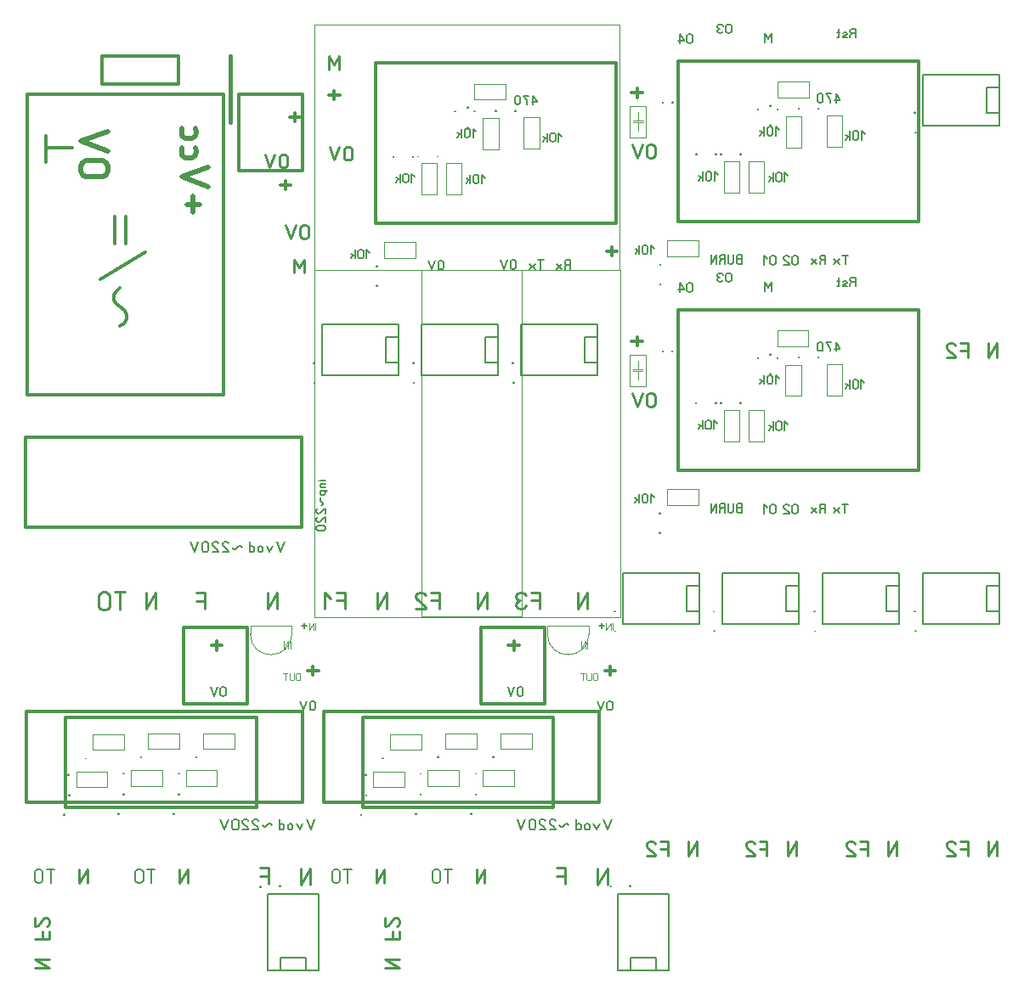
<source format=gbr>
%FSLAX34Y34*%
%MOMM*%
%LNSILK_BOTTOM*%
G71*
G01*
%ADD10C, 0.300*%
%ADD11C, 0.476*%
%ADD12C, 0.238*%
%ADD13C, 0.309*%
%ADD14C, 0.286*%
%ADD15C, 0.400*%
%ADD16C, 0.150*%
%ADD17C, 0.144*%
%ADD18C, 0.191*%
%ADD19C, 0.222*%
%ADD20C, 0.318*%
%ADD21C, 0.159*%
%ADD22C, 0.100*%
%ADD23C, 0.000*%
%ADD24C, 0.254*%
%ADD25C, 0.167*%
%ADD26C, 0.090*%
%LPD*%
G54D10*
X201067Y624801D02*
X6067Y624801D01*
X6067Y924801D01*
X201067Y924801D01*
X201067Y624801D01*
G54D10*
X279575Y492500D02*
X4575Y492500D01*
X4575Y582500D01*
X279575Y582500D01*
X279575Y492500D01*
G54D10*
X216392Y924700D02*
X279892Y924700D01*
X279892Y848500D01*
X216392Y848500D01*
X216392Y924700D01*
G54D11*
X81026Y858221D02*
X64359Y858221D01*
X61026Y856221D01*
X59359Y852221D01*
X59359Y848221D01*
X61026Y844221D01*
X64359Y842221D01*
X81026Y842221D01*
X84359Y844221D01*
X86026Y848221D01*
X86026Y852221D01*
X84359Y856221D01*
X81026Y858221D01*
G54D11*
X86026Y867554D02*
X59359Y877554D01*
X86026Y887554D01*
G54D11*
X171321Y806782D02*
X171321Y822782D01*
G54D11*
X177987Y814782D02*
X164654Y814782D01*
G54D11*
X186321Y832115D02*
X159654Y842115D01*
X186321Y852115D01*
G54D11*
X173654Y871448D02*
X174654Y867448D01*
X173654Y863448D01*
X170321Y861448D01*
X163654Y861448D01*
X160321Y863448D01*
X159654Y867448D01*
X160321Y871448D01*
G54D11*
X173654Y890781D02*
X174654Y886781D01*
X173654Y882781D01*
X170321Y880781D01*
X163654Y880781D01*
X160321Y882781D01*
X159654Y886781D01*
X160321Y890781D01*
G54D12*
X257247Y862155D02*
X257247Y853822D01*
X258247Y852155D01*
X260247Y851322D01*
X262247Y851322D01*
X264247Y852155D01*
X265247Y853822D01*
X265247Y862155D01*
X264247Y863822D01*
X262247Y864655D01*
X260247Y864655D01*
X258247Y863822D01*
X257247Y862155D01*
G54D12*
X252580Y864655D02*
X247580Y851322D01*
X242580Y864655D01*
G54D10*
X50392Y870900D02*
X26392Y870900D01*
G54D10*
X24392Y882900D02*
X24392Y856900D01*
G54D13*
X98514Y693120D02*
X102403Y695787D01*
X104625Y699787D01*
X104625Y705120D01*
X102403Y709120D01*
X98514Y712453D01*
X94625Y715120D01*
X92403Y719120D01*
X92403Y725120D01*
X94625Y728453D01*
X98514Y731120D01*
G54D13*
X79069Y740009D02*
X123514Y766676D01*
G54D13*
X104069Y775565D02*
X104069Y802232D01*
G54D13*
X92958Y775565D02*
X92958Y802232D01*
G54D14*
X516612Y411652D02*
X516612Y427652D01*
X508212Y427652D01*
G54D14*
X516612Y419652D02*
X508212Y419652D01*
G54D14*
X502612Y424652D02*
X501412Y426652D01*
X499012Y427652D01*
X496612Y427652D01*
X494212Y426652D01*
X493012Y424652D01*
X493012Y422652D01*
X494212Y420652D01*
X496612Y419652D01*
X494212Y418652D01*
X493012Y416652D01*
X493012Y414652D01*
X494212Y412652D01*
X496612Y411652D01*
X499012Y411652D01*
X501412Y412652D01*
X502612Y414652D01*
G54D14*
X564004Y411652D02*
X564004Y427652D01*
X554404Y411652D01*
X554404Y427652D01*
G54D14*
X182612Y411152D02*
X182612Y427152D01*
X174212Y427152D01*
G54D14*
X182612Y419152D02*
X174212Y419152D01*
G54D14*
X255004Y411152D02*
X255004Y427152D01*
X245404Y411152D01*
X245404Y427152D01*
G54D14*
X416612Y411652D02*
X416612Y427652D01*
X408212Y427652D01*
G54D14*
X416612Y419652D02*
X408212Y419652D01*
G54D14*
X393012Y411652D02*
X402612Y411652D01*
X402612Y412652D01*
X401412Y414652D01*
X394212Y420652D01*
X393012Y422652D01*
X393012Y424652D01*
X394212Y426652D01*
X396612Y427652D01*
X399012Y427652D01*
X401412Y426652D01*
X402612Y424652D01*
G54D14*
X464004Y411652D02*
X464004Y427652D01*
X454404Y411652D01*
X454404Y427652D01*
G54D10*
X156500Y962900D02*
X156500Y934800D01*
X80300Y934800D01*
X80300Y962900D01*
X156500Y962900D01*
G54D15*
X208300Y962600D02*
X208300Y896900D01*
X208200Y897000D01*
G54D10*
X592600Y795500D02*
X352600Y795500D01*
X352600Y955500D01*
X592600Y955500D01*
X592600Y795500D01*
G54D16*
X375900Y644100D02*
X375900Y694900D01*
X299700Y694900D01*
X299700Y644100D01*
X375900Y644100D01*
G54D16*
X375900Y656800D02*
X375900Y682200D01*
X363200Y682200D01*
X363200Y656800D01*
X375900Y656800D01*
G54D17*
X292450Y636860D02*
X291756Y636860D01*
X291756Y637437D01*
X292450Y637437D01*
X292450Y636860D01*
X291756Y636860D01*
G54D17*
X291063Y656360D02*
X291756Y656360D01*
X291756Y656937D01*
X291063Y656937D01*
X291063Y656360D01*
X291756Y656360D01*
G54D17*
X291063Y656360D02*
X291756Y656360D01*
X291756Y656937D01*
X291063Y656937D01*
X291063Y656360D01*
X291756Y656360D01*
G54D14*
X322512Y411652D02*
X322512Y427652D01*
X314112Y427652D01*
G54D14*
X322512Y419652D02*
X314112Y419652D01*
G54D14*
X308512Y421652D02*
X302512Y427652D01*
X302512Y411652D01*
G54D14*
X364004Y411652D02*
X364004Y427652D01*
X354404Y411652D01*
X354404Y427652D01*
G54D16*
X474925Y643971D02*
X474925Y694771D01*
X398725Y694771D01*
X398725Y643971D01*
X474925Y643971D01*
G54D16*
X474925Y656671D02*
X474925Y682071D01*
X462225Y682071D01*
X462225Y656671D01*
X474925Y656671D01*
G54D17*
X391475Y636731D02*
X390781Y636731D01*
X390781Y637309D01*
X391475Y637309D01*
X391475Y636731D01*
X390781Y636731D01*
G54D17*
X390088Y656231D02*
X390781Y656231D01*
X390781Y656809D01*
X390088Y656809D01*
X390088Y656231D01*
X390781Y656231D01*
G54D17*
X390088Y656231D02*
X390781Y656231D01*
X390781Y656809D01*
X390088Y656809D01*
X390088Y656231D01*
X390781Y656231D01*
G54D16*
X574125Y644071D02*
X574125Y694871D01*
X497925Y694871D01*
X497925Y644071D01*
X574125Y644071D01*
G54D16*
X574125Y656771D02*
X574125Y682171D01*
X561425Y682171D01*
X561425Y656771D01*
X574125Y656771D01*
G54D17*
X490675Y636831D02*
X489981Y636831D01*
X489981Y637409D01*
X490675Y637409D01*
X490675Y636831D01*
X489981Y636831D01*
G54D17*
X489288Y656331D02*
X489981Y656331D01*
X489981Y656909D01*
X489288Y656909D01*
X489288Y656331D01*
X489981Y656331D01*
G54D17*
X489288Y656331D02*
X489981Y656331D01*
X489981Y656909D01*
X489288Y656909D01*
X489288Y656331D01*
X489981Y656331D01*
G54D18*
X262477Y478467D02*
X258477Y467800D01*
X254477Y478467D01*
G54D18*
X250744Y473800D02*
X247544Y467800D01*
X244344Y473800D01*
G54D18*
X235811Y469400D02*
X235811Y472067D01*
X236611Y473400D01*
X238211Y473800D01*
X239811Y473400D01*
X240611Y472067D01*
X240611Y469400D01*
X239811Y468067D01*
X238211Y467800D01*
X236611Y468067D01*
X235811Y469400D01*
G54D18*
X227278Y467800D02*
X227278Y478467D01*
G54D18*
X227278Y472067D02*
X228078Y473400D01*
X229678Y473800D01*
X231278Y473400D01*
X232078Y472067D01*
X232078Y469400D01*
X231278Y468067D01*
X229678Y467800D01*
X228078Y468067D01*
X227278Y469400D01*
G54D18*
X219652Y472467D02*
X219012Y473400D01*
X218052Y473933D01*
X216772Y473933D01*
X215812Y473400D01*
X215012Y472467D01*
X214372Y471533D01*
X213412Y471000D01*
X211972Y471000D01*
X211172Y471533D01*
X210532Y472467D01*
G54D18*
X200399Y467800D02*
X206799Y467800D01*
X206799Y468467D01*
X205999Y469800D01*
X201199Y473800D01*
X200399Y475133D01*
X200399Y476467D01*
X201199Y477800D01*
X202799Y478467D01*
X204399Y478467D01*
X205999Y477800D01*
X206799Y476467D01*
G54D18*
X190266Y467800D02*
X196666Y467800D01*
X196666Y468467D01*
X195866Y469800D01*
X191066Y473800D01*
X190266Y475133D01*
X190266Y476467D01*
X191066Y477800D01*
X192666Y478467D01*
X194266Y478467D01*
X195866Y477800D01*
X196666Y476467D01*
G54D18*
X180133Y476467D02*
X180133Y469800D01*
X180933Y468467D01*
X182533Y467800D01*
X184133Y467800D01*
X185733Y468467D01*
X186533Y469800D01*
X186533Y476467D01*
X185733Y477800D01*
X184133Y478467D01*
X182533Y478467D01*
X180933Y477800D01*
X180133Y476467D01*
G54D18*
X176400Y478467D02*
X172400Y467800D01*
X168400Y478467D01*
G54D14*
X133604Y411152D02*
X133604Y427152D01*
X124004Y411152D01*
X124004Y427152D01*
G54D19*
X98239Y410200D02*
X98239Y427978D01*
G54D19*
X103572Y427978D02*
X92905Y427978D01*
G54D19*
X77349Y424644D02*
X77349Y413533D01*
X78683Y411311D01*
X81349Y410200D01*
X84016Y410200D01*
X86683Y411311D01*
X88016Y413533D01*
X88016Y424644D01*
X86683Y426867D01*
X84016Y427978D01*
X81349Y427978D01*
X78683Y426867D01*
X77349Y424644D01*
G54D12*
X321547Y869755D02*
X321547Y861422D01*
X322547Y859755D01*
X324547Y858922D01*
X326547Y858922D01*
X328547Y859755D01*
X329547Y861422D01*
X329547Y869755D01*
X328547Y871422D01*
X326547Y872255D01*
X324547Y872255D01*
X322547Y871422D01*
X321547Y869755D01*
G54D12*
X316880Y872255D02*
X311880Y858922D01*
X306880Y872255D01*
G54D12*
X278047Y791655D02*
X278047Y783322D01*
X279047Y781655D01*
X281047Y780822D01*
X283047Y780822D01*
X285047Y781655D01*
X286047Y783322D01*
X286047Y791655D01*
X285047Y793322D01*
X283047Y794155D01*
X281047Y794155D01*
X279047Y793322D01*
X278047Y791655D01*
G54D12*
X273380Y794155D02*
X268380Y780822D01*
X263380Y794155D01*
G54D12*
X281647Y746522D02*
X281647Y759855D01*
X276647Y751522D01*
X271647Y759855D01*
X271647Y746522D01*
G54D20*
X317177Y923856D02*
X306510Y923856D01*
G54D20*
X311844Y928301D02*
X311844Y919412D01*
G54D20*
X277880Y901855D02*
X267214Y901855D01*
G54D20*
X272547Y906300D02*
X272547Y897411D01*
G54D20*
X268480Y833855D02*
X257814Y833855D01*
G54D20*
X263147Y838300D02*
X263147Y829411D01*
G54D12*
X316447Y949022D02*
X316447Y962355D01*
X311447Y954022D01*
X306447Y962355D01*
X306447Y949022D01*
G54D21*
X302756Y539446D02*
X297756Y539446D01*
G54D21*
X296089Y539446D02*
X296089Y539446D01*
G54D21*
X302756Y536335D02*
X297756Y536335D01*
G54D21*
X298867Y536335D02*
X298089Y535668D01*
X297756Y534335D01*
X298089Y533002D01*
X298867Y532335D01*
X302756Y532335D01*
G54D21*
X297756Y529224D02*
X304978Y529224D01*
G54D21*
X301089Y529224D02*
X302533Y528557D01*
X302756Y527224D01*
X302533Y525891D01*
X301422Y525224D01*
X299200Y525224D01*
X298089Y525891D01*
X297756Y527224D01*
X298089Y528557D01*
X299422Y529224D01*
G54D21*
X298867Y522113D02*
X298089Y521580D01*
X297644Y520780D01*
X297644Y519713D01*
X298089Y518913D01*
X298867Y518246D01*
X299644Y517713D01*
X300089Y516913D01*
X300089Y515713D01*
X299644Y515046D01*
X298867Y514513D01*
G54D21*
X302756Y506069D02*
X302756Y511402D01*
X302200Y511402D01*
X301089Y510735D01*
X297756Y506735D01*
X296644Y506069D01*
X295533Y506069D01*
X294422Y506735D01*
X293867Y508069D01*
X293867Y509402D01*
X294422Y510735D01*
X295533Y511402D01*
G54D21*
X302756Y497625D02*
X302756Y502958D01*
X302200Y502958D01*
X301089Y502291D01*
X297756Y498291D01*
X296644Y497625D01*
X295533Y497625D01*
X294422Y498291D01*
X293867Y499625D01*
X293867Y500958D01*
X294422Y502291D01*
X295533Y502958D01*
G54D21*
X295533Y489181D02*
X301089Y489181D01*
X302200Y489847D01*
X302756Y491181D01*
X302756Y492514D01*
X302200Y493847D01*
X301089Y494514D01*
X295533Y494514D01*
X294422Y493847D01*
X293867Y492514D01*
X293867Y491181D01*
X294422Y489847D01*
X295533Y489181D01*
G54D22*
X500601Y901416D02*
X500601Y870216D01*
X516201Y870216D01*
X516201Y901416D01*
X500601Y901416D01*
G54D17*
X472721Y908717D02*
X472721Y908024D01*
X473299Y908024D01*
X473299Y908717D01*
X472721Y908717D01*
X472721Y908024D01*
G54D17*
X492224Y908716D02*
X492224Y908022D01*
X492802Y908022D01*
X492802Y908716D01*
X492224Y908716D01*
X492224Y908022D01*
G54D22*
X459901Y900716D02*
X459901Y869516D01*
X475501Y869516D01*
X475501Y900716D01*
X459901Y900716D01*
G54D17*
X432021Y908017D02*
X432021Y907324D01*
X432599Y907324D01*
X432599Y908017D01*
X432021Y908017D01*
X432021Y907324D01*
G54D17*
X451524Y908016D02*
X451524Y907322D01*
X452102Y907322D01*
X452102Y908016D01*
X451524Y908016D01*
X451524Y907322D01*
G54D22*
X451512Y919228D02*
X482712Y919228D01*
X482712Y934828D01*
X451512Y934828D01*
X451512Y919228D01*
G54D17*
X444211Y891348D02*
X444904Y891348D01*
X444904Y891926D01*
X444211Y891926D01*
X444211Y891348D01*
X444904Y891348D01*
G54D17*
X444212Y910851D02*
X444905Y910851D01*
X444905Y911429D01*
X444212Y911429D01*
X444212Y910851D01*
X444905Y910851D01*
G54D22*
X398301Y855616D02*
X398301Y824416D01*
X413901Y824416D01*
X413901Y855616D01*
X398301Y855616D01*
G54D17*
X370421Y862917D02*
X370421Y862224D01*
X370999Y862224D01*
X370999Y862917D01*
X370421Y862917D01*
X370421Y862224D01*
G54D17*
X389924Y862916D02*
X389924Y862222D01*
X390502Y862222D01*
X390502Y862916D01*
X389924Y862916D01*
X389924Y862222D01*
G54D22*
X423001Y855716D02*
X423001Y824516D01*
X438601Y824516D01*
X438601Y855716D01*
X423001Y855716D01*
G54D17*
X395121Y863017D02*
X395121Y862324D01*
X395699Y862324D01*
X395699Y863017D01*
X395121Y863017D01*
X395121Y862324D01*
G54D17*
X414624Y863016D02*
X414624Y862322D01*
X415202Y862322D01*
X415202Y863016D01*
X414624Y863016D01*
X414624Y862322D01*
G54D22*
X361212Y761228D02*
X392412Y761228D01*
X392412Y776828D01*
X361212Y776828D01*
X361212Y761228D01*
G54D17*
X353911Y733348D02*
X354604Y733348D01*
X354604Y733926D01*
X353911Y733926D01*
X353911Y733348D01*
X354604Y733348D01*
G54D17*
X353912Y752851D02*
X354605Y752851D01*
X354605Y753429D01*
X353912Y753429D01*
X353912Y752851D01*
X354605Y752851D01*
G54D20*
X593577Y767956D02*
X582910Y767956D01*
G54D20*
X588244Y772401D02*
X588244Y763512D01*
G54D21*
X487247Y757467D02*
X487247Y751911D01*
X487914Y750800D01*
X489247Y750245D01*
X490580Y750245D01*
X491914Y750800D01*
X492580Y751911D01*
X492580Y757467D01*
X491914Y758578D01*
X490580Y759133D01*
X489247Y759133D01*
X487914Y758578D01*
X487247Y757467D01*
G54D21*
X484136Y759133D02*
X480803Y750245D01*
X477470Y759133D01*
G54D21*
X415247Y756967D02*
X415247Y751411D01*
X415914Y750300D01*
X417247Y749745D01*
X418580Y749745D01*
X419914Y750300D01*
X420580Y751411D01*
X420580Y756967D01*
X419914Y758078D01*
X418580Y758633D01*
X417247Y758633D01*
X415914Y758078D01*
X415247Y756967D01*
G54D21*
X412136Y758633D02*
X408803Y749745D01*
X405470Y758633D01*
G54D21*
X517614Y750345D02*
X517614Y759233D01*
G54D21*
X520280Y759233D02*
X514947Y759233D01*
G54D21*
X511836Y755345D02*
X506503Y750345D01*
G54D21*
X511836Y750345D02*
X506503Y755345D01*
G54D21*
X544114Y754689D02*
X542114Y753578D01*
X541447Y752467D01*
X541447Y750245D01*
G54D21*
X546780Y750245D02*
X546780Y759133D01*
X543447Y759133D01*
X542114Y758578D01*
X541447Y757467D01*
X541447Y756356D01*
X542114Y755245D01*
X543447Y754689D01*
X546780Y754689D01*
G54D21*
X538336Y755245D02*
X533003Y750245D01*
G54D21*
X538336Y750245D02*
X533003Y755245D01*
G54D21*
X347280Y766300D02*
X343947Y769633D01*
X343947Y760745D01*
G54D21*
X335503Y767967D02*
X335503Y762411D01*
X336170Y761300D01*
X337503Y760745D01*
X338836Y760745D01*
X340170Y761300D01*
X340836Y762411D01*
X340836Y767967D01*
X340170Y769078D01*
X338836Y769633D01*
X337503Y769633D01*
X336170Y769078D01*
X335503Y767967D01*
G54D21*
X332392Y760745D02*
X332392Y769633D01*
G54D21*
X330392Y764078D02*
X328392Y760745D01*
G54D21*
X332392Y762967D02*
X328392Y765745D01*
G54D21*
X462180Y841100D02*
X458847Y844433D01*
X458847Y835545D01*
G54D21*
X450403Y842767D02*
X450403Y837211D01*
X451070Y836100D01*
X452403Y835545D01*
X453736Y835545D01*
X455070Y836100D01*
X455736Y837211D01*
X455736Y842767D01*
X455070Y843878D01*
X453736Y844433D01*
X452403Y844433D01*
X451070Y843878D01*
X450403Y842767D01*
G54D21*
X447292Y835545D02*
X447292Y844433D01*
G54D21*
X445292Y838878D02*
X443292Y835545D01*
G54D21*
X447292Y837767D02*
X443292Y840545D01*
G54D21*
X392080Y842000D02*
X388747Y845333D01*
X388747Y836445D01*
G54D21*
X380303Y843667D02*
X380303Y838111D01*
X380970Y837000D01*
X382303Y836445D01*
X383636Y836445D01*
X384970Y837000D01*
X385636Y838111D01*
X385636Y843667D01*
X384970Y844778D01*
X383636Y845333D01*
X382303Y845333D01*
X380970Y844778D01*
X380303Y843667D01*
G54D21*
X377192Y836445D02*
X377192Y845333D01*
G54D21*
X375192Y839778D02*
X373192Y836445D01*
G54D21*
X377192Y838667D02*
X373192Y841445D01*
G54D21*
X538580Y882600D02*
X535247Y885933D01*
X535247Y877045D01*
G54D21*
X526803Y884267D02*
X526803Y878711D01*
X527470Y877600D01*
X528803Y877045D01*
X530136Y877045D01*
X531470Y877600D01*
X532136Y878711D01*
X532136Y884267D01*
X531470Y885378D01*
X530136Y885933D01*
X528803Y885933D01*
X527470Y885378D01*
X526803Y884267D01*
G54D21*
X523692Y877045D02*
X523692Y885933D01*
G54D21*
X521692Y880378D02*
X519692Y877045D01*
G54D21*
X523692Y879267D02*
X519692Y882045D01*
G54D21*
X453280Y886900D02*
X449947Y890233D01*
X449947Y881345D01*
G54D21*
X441503Y888567D02*
X441503Y883011D01*
X442170Y881900D01*
X443503Y881345D01*
X444836Y881345D01*
X446170Y881900D01*
X446836Y883011D01*
X446836Y888567D01*
X446170Y889678D01*
X444836Y890233D01*
X443503Y890233D01*
X442170Y889678D01*
X441503Y888567D01*
G54D21*
X438392Y881345D02*
X438392Y890233D01*
G54D21*
X436392Y884678D02*
X434392Y881345D01*
G54D21*
X438392Y883567D02*
X434392Y886345D01*
G54D21*
X509880Y914345D02*
X509880Y923233D01*
X513880Y917678D01*
X513880Y916567D01*
X508547Y916567D01*
G54D21*
X505436Y923233D02*
X500103Y923233D01*
X500770Y922122D01*
X502103Y920456D01*
X503436Y918233D01*
X504103Y916567D01*
X504103Y914345D01*
G54D21*
X491659Y921567D02*
X491659Y916011D01*
X492326Y914900D01*
X493659Y914345D01*
X494992Y914345D01*
X496326Y914900D01*
X496992Y916011D01*
X496992Y921567D01*
X496326Y922678D01*
X494992Y923233D01*
X493659Y923233D01*
X492326Y922678D01*
X491659Y921567D01*
G54D22*
X292000Y749000D02*
X596000Y749000D01*
X596000Y994000D01*
X292000Y994000D01*
X292000Y749000D01*
G54D22*
X292000Y749000D02*
X597000Y749000D01*
X597000Y403000D01*
X292000Y403000D01*
X292000Y749000D01*
G54D22*
X399000Y749000D02*
X499000Y749000D01*
X499000Y404000D01*
X399000Y404000D01*
X399000Y749000D01*
G54D10*
X894300Y797600D02*
X654300Y797600D01*
X654300Y957600D01*
X894300Y957600D01*
X894300Y797600D01*
G54D23*
X622322Y913010D02*
X622322Y881610D01*
X606322Y881610D01*
X606322Y913010D01*
X622322Y913010D01*
G54D23*
X614322Y906410D02*
X614322Y898410D01*
X619322Y898410D01*
X609322Y898410D01*
G54D23*
X619322Y896410D02*
X609322Y896410D01*
G54D23*
X614322Y896410D02*
X614322Y888410D01*
G54D17*
X648950Y916959D02*
X648950Y916266D01*
X648372Y916266D01*
X648372Y916959D01*
X648950Y916959D01*
X648950Y916266D01*
G54D17*
X639450Y916959D02*
X639450Y916266D01*
X638872Y916266D01*
X638872Y916959D01*
X639450Y916959D01*
X639450Y916266D01*
G54D12*
X623247Y871855D02*
X623247Y863522D01*
X624247Y861855D01*
X626247Y861022D01*
X628247Y861022D01*
X630247Y861855D01*
X631247Y863522D01*
X631247Y871855D01*
X630247Y873522D01*
X628247Y874355D01*
X626247Y874355D01*
X624247Y873522D01*
X623247Y871855D01*
G54D12*
X618580Y874355D02*
X613580Y861022D01*
X608580Y874355D01*
G54D20*
X618877Y925956D02*
X608210Y925956D01*
G54D20*
X613544Y930401D02*
X613544Y921512D01*
G54D21*
X747480Y976370D02*
X747480Y985259D01*
X744146Y979704D01*
X740813Y985259D01*
X740813Y976370D01*
G54D22*
X802301Y903516D02*
X802301Y872316D01*
X817901Y872316D01*
X817901Y903516D01*
X802301Y903516D01*
G54D17*
X774422Y910817D02*
X774422Y910124D01*
X774999Y910124D01*
X774999Y910817D01*
X774422Y910817D01*
X774422Y910124D01*
G54D17*
X793924Y910816D02*
X793924Y910122D01*
X794502Y910122D01*
X794502Y910816D01*
X793924Y910816D01*
X793924Y910122D01*
G54D22*
X761601Y902816D02*
X761601Y871616D01*
X777201Y871616D01*
X777201Y902816D01*
X761601Y902816D01*
G54D17*
X733722Y910117D02*
X733722Y909424D01*
X734299Y909424D01*
X734299Y910117D01*
X733722Y910117D01*
X733722Y909424D01*
G54D17*
X753224Y910116D02*
X753224Y909422D01*
X753802Y909422D01*
X753802Y910116D01*
X753224Y910116D01*
X753224Y909422D01*
G54D22*
X753212Y921328D02*
X784412Y921328D01*
X784412Y936928D01*
X753212Y936928D01*
X753212Y921328D01*
G54D17*
X745911Y893448D02*
X746604Y893448D01*
X746604Y894026D01*
X745911Y894026D01*
X745911Y893448D01*
X746604Y893448D01*
G54D17*
X745912Y912951D02*
X746605Y912951D01*
X746605Y913529D01*
X745912Y913529D01*
X745912Y912951D01*
X746605Y912951D01*
G54D22*
X700001Y857716D02*
X700001Y826516D01*
X715601Y826516D01*
X715601Y857716D01*
X700001Y857716D01*
G54D17*
X672122Y865017D02*
X672122Y864324D01*
X672699Y864324D01*
X672699Y865017D01*
X672122Y865017D01*
X672122Y864324D01*
G54D17*
X691624Y865016D02*
X691624Y864322D01*
X692202Y864322D01*
X692202Y865016D01*
X691624Y865016D01*
X691624Y864322D01*
G54D22*
X724701Y857816D02*
X724701Y826616D01*
X740301Y826616D01*
X740301Y857816D01*
X724701Y857816D01*
G54D17*
X696822Y865117D02*
X696822Y864424D01*
X697399Y864424D01*
X697399Y865117D01*
X696822Y865117D01*
X696822Y864424D01*
G54D17*
X716324Y865116D02*
X716324Y864422D01*
X716902Y864422D01*
X716902Y865116D01*
X716324Y865116D01*
X716324Y864422D01*
G54D22*
X643512Y762928D02*
X674712Y762928D01*
X674712Y778528D01*
X643512Y778528D01*
X643512Y762928D01*
G54D17*
X636211Y735048D02*
X636904Y735048D01*
X636904Y735626D01*
X636211Y735626D01*
X636211Y735048D01*
X636904Y735048D01*
G54D17*
X636212Y754551D02*
X636905Y754551D01*
X636905Y755129D01*
X636212Y755129D01*
X636212Y754551D01*
X636905Y754551D01*
G54D21*
X717880Y755444D02*
X717880Y764333D01*
X714547Y764333D01*
X713214Y763778D01*
X712547Y762667D01*
X712547Y761556D01*
X713214Y760444D01*
X714547Y759889D01*
X713214Y759333D01*
X712547Y758222D01*
X712547Y757111D01*
X713214Y756000D01*
X714547Y755444D01*
X717880Y755444D01*
G54D21*
X717880Y759889D02*
X714547Y759889D01*
G54D21*
X709436Y764333D02*
X709436Y757111D01*
X708770Y756000D01*
X707436Y755444D01*
X706103Y755444D01*
X704770Y756000D01*
X704103Y757111D01*
X704103Y764333D01*
G54D21*
X698326Y759889D02*
X696326Y758778D01*
X695659Y757667D01*
X695659Y755444D01*
G54D21*
X700992Y755444D02*
X700992Y764333D01*
X697659Y764333D01*
X696326Y763778D01*
X695659Y762667D01*
X695659Y761556D01*
X696326Y760444D01*
X697659Y759889D01*
X700992Y759889D01*
G54D21*
X692548Y755444D02*
X692548Y764333D01*
X687215Y755444D01*
X687215Y764333D01*
G54D21*
X820814Y755044D02*
X820814Y763934D01*
G54D21*
X823480Y763934D02*
X818147Y763934D01*
G54D21*
X815036Y760044D02*
X809703Y755044D01*
G54D21*
X815036Y755044D02*
X809703Y760044D01*
G54D21*
X798314Y759389D02*
X796314Y758278D01*
X795647Y757167D01*
X795647Y754944D01*
G54D21*
X800980Y754944D02*
X800980Y763834D01*
X797647Y763834D01*
X796314Y763278D01*
X795647Y762167D01*
X795647Y761056D01*
X796314Y759944D01*
X797647Y759389D01*
X800980Y759389D01*
G54D21*
X792536Y759944D02*
X787203Y754944D01*
G54D21*
X792536Y754944D02*
X787203Y759944D01*
G54D21*
X630580Y770700D02*
X627247Y774033D01*
X627247Y765144D01*
G54D21*
X618803Y772367D02*
X618803Y766811D01*
X619470Y765700D01*
X620803Y765144D01*
X622136Y765144D01*
X623470Y765700D01*
X624136Y766811D01*
X624136Y772367D01*
X623470Y773478D01*
X622136Y774033D01*
X620803Y774033D01*
X619470Y773478D01*
X618803Y772367D01*
G54D21*
X615692Y765144D02*
X615692Y774033D01*
G54D21*
X613692Y768478D02*
X611692Y765144D01*
G54D21*
X615692Y767367D02*
X611692Y770144D01*
G54D21*
X763880Y843200D02*
X760547Y846534D01*
X760547Y837645D01*
G54D21*
X752103Y844867D02*
X752103Y839311D01*
X752770Y838200D01*
X754103Y837645D01*
X755436Y837645D01*
X756770Y838200D01*
X757436Y839311D01*
X757436Y844867D01*
X756770Y845978D01*
X755436Y846534D01*
X754103Y846534D01*
X752770Y845978D01*
X752103Y844867D01*
G54D21*
X748992Y837645D02*
X748992Y846534D01*
G54D21*
X746992Y840978D02*
X744992Y837645D01*
G54D21*
X748992Y839867D02*
X744992Y842645D01*
G54D21*
X693780Y844100D02*
X690447Y847434D01*
X690447Y838545D01*
G54D21*
X682003Y845767D02*
X682003Y840211D01*
X682670Y839100D01*
X684003Y838545D01*
X685336Y838545D01*
X686670Y839100D01*
X687336Y840211D01*
X687336Y845767D01*
X686670Y846878D01*
X685336Y847434D01*
X684003Y847434D01*
X682670Y846878D01*
X682003Y845767D01*
G54D21*
X678892Y838545D02*
X678892Y847434D01*
G54D21*
X676892Y841878D02*
X674892Y838545D01*
G54D21*
X678892Y840767D02*
X674892Y843545D01*
G54D21*
X840280Y884700D02*
X836947Y888033D01*
X836947Y879145D01*
G54D21*
X828503Y886367D02*
X828503Y880811D01*
X829170Y879700D01*
X830503Y879145D01*
X831836Y879145D01*
X833170Y879700D01*
X833836Y880811D01*
X833836Y886367D01*
X833170Y887478D01*
X831836Y888033D01*
X830503Y888033D01*
X829170Y887478D01*
X828503Y886367D01*
G54D21*
X825392Y879145D02*
X825392Y888033D01*
G54D21*
X823392Y882478D02*
X821392Y879145D01*
G54D21*
X825392Y881367D02*
X821392Y884145D01*
G54D21*
X754980Y889000D02*
X751647Y892333D01*
X751647Y883445D01*
G54D21*
X743203Y890667D02*
X743203Y885111D01*
X743870Y884000D01*
X745203Y883445D01*
X746536Y883445D01*
X747870Y884000D01*
X748536Y885111D01*
X748536Y890667D01*
X747870Y891778D01*
X746536Y892333D01*
X745203Y892333D01*
X743870Y891778D01*
X743203Y890667D01*
G54D21*
X740092Y883445D02*
X740092Y892333D01*
G54D21*
X738092Y886778D02*
X736092Y883445D01*
G54D21*
X740092Y885667D02*
X736092Y888445D01*
G54D21*
X811580Y916445D02*
X811580Y925333D01*
X815580Y919778D01*
X815580Y918667D01*
X810247Y918667D01*
G54D21*
X807136Y925333D02*
X801803Y925333D01*
X802470Y924222D01*
X803803Y922556D01*
X805136Y920333D01*
X805803Y918667D01*
X805803Y916445D01*
G54D21*
X793359Y923667D02*
X793359Y918111D01*
X794026Y917000D01*
X795359Y916445D01*
X796692Y916445D01*
X798026Y917000D01*
X798692Y918111D01*
X798692Y923667D01*
X798026Y924778D01*
X796692Y925333D01*
X795359Y925333D01*
X794026Y924778D01*
X793359Y923667D01*
G54D21*
X828414Y985389D02*
X826414Y984278D01*
X825747Y983167D01*
X825747Y980945D01*
G54D21*
X831080Y980945D02*
X831080Y989833D01*
X827747Y989833D01*
X826414Y989278D01*
X825747Y988167D01*
X825747Y987056D01*
X826414Y985945D01*
X827747Y985389D01*
X831080Y985389D01*
G54D21*
X822636Y981500D02*
X821303Y980945D01*
X819970Y980945D01*
X818636Y981500D01*
X818636Y982611D01*
X819303Y983167D01*
X821970Y983722D01*
X822636Y984278D01*
X822636Y985389D01*
X821303Y985945D01*
X819970Y985945D01*
X818636Y985389D01*
G54D21*
X814192Y989833D02*
X814192Y981500D01*
X813525Y980945D01*
X812859Y981167D01*
G54D21*
X815525Y985945D02*
X812859Y985945D01*
G54D21*
X663146Y982592D02*
X663146Y977037D01*
X663813Y975926D01*
X665146Y975370D01*
X666480Y975370D01*
X667813Y975926D01*
X668480Y977037D01*
X668480Y982592D01*
X667813Y983704D01*
X666480Y984259D01*
X665146Y984259D01*
X663813Y983704D01*
X663146Y982592D01*
G54D21*
X656036Y975370D02*
X656036Y984259D01*
X660036Y978704D01*
X660036Y977592D01*
X654702Y977592D01*
G54D21*
X702146Y992592D02*
X702146Y987037D01*
X702813Y985926D01*
X704146Y985370D01*
X705480Y985370D01*
X706813Y985926D01*
X707480Y987037D01*
X707480Y992592D01*
X706813Y993704D01*
X705480Y994259D01*
X704146Y994259D01*
X702813Y993704D01*
X702146Y992592D01*
G54D21*
X699036Y992592D02*
X698369Y993704D01*
X697036Y994259D01*
X695702Y994259D01*
X694369Y993704D01*
X693702Y992592D01*
X693702Y991481D01*
X694369Y990370D01*
X695702Y989815D01*
X694369Y989259D01*
X693702Y988148D01*
X693702Y987037D01*
X694369Y985926D01*
X695702Y985370D01*
X697036Y985370D01*
X698369Y985926D01*
X699036Y987037D01*
G54D21*
X746146Y761592D02*
X746146Y756037D01*
X746813Y754926D01*
X748146Y754370D01*
X749480Y754370D01*
X750813Y754926D01*
X751480Y756037D01*
X751480Y761592D01*
X750813Y762704D01*
X749480Y763259D01*
X748146Y763259D01*
X746813Y762704D01*
X746146Y761592D01*
G54D21*
X743036Y759926D02*
X739702Y763259D01*
X739702Y754370D01*
G54D21*
X768146Y761592D02*
X768146Y756037D01*
X768813Y754926D01*
X770146Y754370D01*
X771480Y754370D01*
X772813Y754926D01*
X773480Y756037D01*
X773480Y761592D01*
X772813Y762704D01*
X771480Y763259D01*
X770146Y763259D01*
X768813Y762704D01*
X768146Y761592D01*
G54D21*
X759702Y754370D02*
X765036Y754370D01*
X765036Y754926D01*
X764369Y756037D01*
X760369Y759370D01*
X759702Y760481D01*
X759702Y761592D01*
X760369Y762704D01*
X761702Y763259D01*
X763036Y763259D01*
X764369Y762704D01*
X765036Y761592D01*
G54D10*
X894200Y549600D02*
X654200Y549600D01*
X654200Y709600D01*
X894200Y709600D01*
X894200Y549600D01*
G54D23*
X622222Y665010D02*
X622222Y633610D01*
X606222Y633610D01*
X606222Y665010D01*
X622222Y665010D01*
G54D23*
X614222Y658410D02*
X614222Y650409D01*
X619222Y650409D01*
X609222Y650409D01*
G54D23*
X619222Y648409D02*
X609222Y648409D01*
G54D23*
X614222Y648409D02*
X614222Y640410D01*
G54D17*
X648850Y668959D02*
X648850Y668266D01*
X648272Y668266D01*
X648272Y668959D01*
X648850Y668959D01*
X648850Y668266D01*
G54D17*
X639350Y668959D02*
X639350Y668266D01*
X638772Y668266D01*
X638772Y668959D01*
X639350Y668959D01*
X639350Y668266D01*
G54D12*
X623147Y623855D02*
X623147Y615522D01*
X624147Y613855D01*
X626147Y613022D01*
X628147Y613022D01*
X630147Y613855D01*
X631147Y615522D01*
X631147Y623855D01*
X630147Y625522D01*
X628147Y626355D01*
X626147Y626355D01*
X624147Y625522D01*
X623147Y623855D01*
G54D12*
X618480Y626355D02*
X613480Y613022D01*
X608480Y626355D01*
G54D20*
X618777Y677956D02*
X608110Y677956D01*
G54D20*
X613444Y682401D02*
X613444Y673512D01*
G54D21*
X747380Y728370D02*
X747380Y737259D01*
X744046Y731704D01*
X740713Y737259D01*
X740713Y728370D01*
G54D22*
X802201Y655516D02*
X802201Y624316D01*
X817801Y624316D01*
X817801Y655516D01*
X802201Y655516D01*
G54D17*
X774322Y662817D02*
X774322Y662124D01*
X774899Y662124D01*
X774899Y662817D01*
X774322Y662817D01*
X774322Y662124D01*
G54D17*
X793824Y662816D02*
X793824Y662122D01*
X794402Y662122D01*
X794402Y662816D01*
X793824Y662816D01*
X793824Y662122D01*
G54D22*
X761501Y654816D02*
X761501Y623616D01*
X777101Y623616D01*
X777101Y654816D01*
X761501Y654816D01*
G54D17*
X733622Y662117D02*
X733622Y661424D01*
X734199Y661424D01*
X734199Y662117D01*
X733622Y662117D01*
X733622Y661424D01*
G54D17*
X753124Y662116D02*
X753124Y661422D01*
X753702Y661422D01*
X753702Y662116D01*
X753124Y662116D01*
X753124Y661422D01*
G54D22*
X753112Y673328D02*
X784312Y673328D01*
X784312Y688928D01*
X753112Y688928D01*
X753112Y673328D01*
G54D17*
X745811Y645448D02*
X746504Y645448D01*
X746504Y646026D01*
X745811Y646026D01*
X745811Y645448D01*
X746504Y645448D01*
G54D17*
X745812Y664951D02*
X746505Y664951D01*
X746505Y665529D01*
X745812Y665529D01*
X745812Y664951D01*
X746505Y664951D01*
G54D22*
X699901Y609716D02*
X699901Y578516D01*
X715501Y578516D01*
X715501Y609716D01*
X699901Y609716D01*
G54D17*
X672022Y617017D02*
X672022Y616324D01*
X672599Y616324D01*
X672599Y617017D01*
X672022Y617017D01*
X672022Y616324D01*
G54D17*
X691524Y617016D02*
X691524Y616322D01*
X692102Y616322D01*
X692102Y617016D01*
X691524Y617016D01*
X691524Y616322D01*
G54D22*
X724601Y609816D02*
X724601Y578616D01*
X740201Y578616D01*
X740201Y609816D01*
X724601Y609816D01*
G54D17*
X696722Y617117D02*
X696722Y616424D01*
X697299Y616424D01*
X697299Y617117D01*
X696722Y617117D01*
X696722Y616424D01*
G54D17*
X716224Y617116D02*
X716224Y616422D01*
X716802Y616422D01*
X716802Y617116D01*
X716224Y617116D01*
X716224Y616422D01*
G54D22*
X643412Y514928D02*
X674612Y514928D01*
X674612Y530528D01*
X643412Y530528D01*
X643412Y514928D01*
G54D17*
X636111Y487048D02*
X636804Y487048D01*
X636804Y487626D01*
X636111Y487626D01*
X636111Y487048D01*
X636804Y487048D01*
G54D17*
X636112Y506551D02*
X636805Y506551D01*
X636805Y507129D01*
X636112Y507129D01*
X636112Y506551D01*
X636805Y506551D01*
G54D21*
X717780Y507444D02*
X717780Y516333D01*
X714447Y516333D01*
X713114Y515778D01*
X712447Y514667D01*
X712447Y513556D01*
X713114Y512444D01*
X714447Y511889D01*
X713114Y511333D01*
X712447Y510222D01*
X712447Y509111D01*
X713114Y508000D01*
X714447Y507444D01*
X717780Y507444D01*
G54D21*
X717780Y511889D02*
X714447Y511889D01*
G54D21*
X709336Y516333D02*
X709336Y509111D01*
X708670Y508000D01*
X707336Y507444D01*
X706003Y507444D01*
X704670Y508000D01*
X704003Y509111D01*
X704003Y516333D01*
G54D21*
X698226Y511889D02*
X696226Y510778D01*
X695559Y509667D01*
X695559Y507444D01*
G54D21*
X700892Y507444D02*
X700892Y516333D01*
X697559Y516333D01*
X696226Y515778D01*
X695559Y514667D01*
X695559Y513556D01*
X696226Y512444D01*
X697559Y511889D01*
X700892Y511889D01*
G54D21*
X692448Y507444D02*
X692448Y516333D01*
X687115Y507444D01*
X687115Y516333D01*
G54D21*
X820714Y507044D02*
X820714Y515934D01*
G54D21*
X823380Y515934D02*
X818047Y515934D01*
G54D21*
X814936Y512044D02*
X809603Y507044D01*
G54D21*
X814936Y507044D02*
X809603Y512044D01*
G54D21*
X798214Y511389D02*
X796214Y510278D01*
X795547Y509167D01*
X795547Y506944D01*
G54D21*
X800880Y506944D02*
X800880Y515834D01*
X797547Y515834D01*
X796214Y515278D01*
X795547Y514167D01*
X795547Y513056D01*
X796214Y511944D01*
X797547Y511389D01*
X800880Y511389D01*
G54D21*
X792436Y511944D02*
X787103Y506944D01*
G54D21*
X792436Y506944D02*
X787103Y511944D01*
G54D21*
X630480Y522700D02*
X627147Y526033D01*
X627147Y517144D01*
G54D21*
X618703Y524367D02*
X618703Y518811D01*
X619370Y517700D01*
X620703Y517144D01*
X622036Y517144D01*
X623370Y517700D01*
X624036Y518811D01*
X624036Y524367D01*
X623370Y525478D01*
X622036Y526033D01*
X620703Y526033D01*
X619370Y525478D01*
X618703Y524367D01*
G54D21*
X615592Y517144D02*
X615592Y526033D01*
G54D21*
X613592Y520478D02*
X611592Y517144D01*
G54D21*
X615592Y519367D02*
X611592Y522144D01*
G54D21*
X763780Y595200D02*
X760447Y598534D01*
X760447Y589645D01*
G54D21*
X752003Y596867D02*
X752003Y591311D01*
X752670Y590200D01*
X754003Y589645D01*
X755336Y589645D01*
X756670Y590200D01*
X757336Y591311D01*
X757336Y596867D01*
X756670Y597978D01*
X755336Y598534D01*
X754003Y598534D01*
X752670Y597978D01*
X752003Y596867D01*
G54D21*
X748892Y589645D02*
X748892Y598534D01*
G54D21*
X746892Y592978D02*
X744892Y589645D01*
G54D21*
X748892Y591867D02*
X744892Y594645D01*
G54D21*
X693680Y596100D02*
X690347Y599434D01*
X690347Y590545D01*
G54D21*
X681903Y597767D02*
X681903Y592211D01*
X682570Y591100D01*
X683903Y590545D01*
X685236Y590545D01*
X686570Y591100D01*
X687236Y592211D01*
X687236Y597767D01*
X686570Y598878D01*
X685236Y599434D01*
X683903Y599434D01*
X682570Y598878D01*
X681903Y597767D01*
G54D21*
X678792Y590545D02*
X678792Y599434D01*
G54D21*
X676792Y593878D02*
X674792Y590545D01*
G54D21*
X678792Y592767D02*
X674792Y595545D01*
G54D21*
X840180Y636700D02*
X836847Y640033D01*
X836847Y631145D01*
G54D21*
X828403Y638367D02*
X828403Y632811D01*
X829070Y631700D01*
X830403Y631145D01*
X831736Y631145D01*
X833070Y631700D01*
X833736Y632811D01*
X833736Y638367D01*
X833070Y639478D01*
X831736Y640033D01*
X830403Y640033D01*
X829070Y639478D01*
X828403Y638367D01*
G54D21*
X825292Y631145D02*
X825292Y640033D01*
G54D21*
X823292Y634478D02*
X821292Y631145D01*
G54D21*
X825292Y633367D02*
X821292Y636145D01*
G54D21*
X754880Y641000D02*
X751547Y644333D01*
X751547Y635445D01*
G54D21*
X743103Y642667D02*
X743103Y637111D01*
X743770Y636000D01*
X745103Y635445D01*
X746436Y635445D01*
X747770Y636000D01*
X748436Y637111D01*
X748436Y642667D01*
X747770Y643778D01*
X746436Y644333D01*
X745103Y644333D01*
X743770Y643778D01*
X743103Y642667D01*
G54D21*
X739992Y635445D02*
X739992Y644333D01*
G54D21*
X737992Y638778D02*
X735992Y635445D01*
G54D21*
X739992Y637667D02*
X735992Y640445D01*
G54D21*
X811480Y668445D02*
X811480Y677333D01*
X815480Y671778D01*
X815480Y670667D01*
X810147Y670667D01*
G54D21*
X807036Y677333D02*
X801703Y677333D01*
X802370Y676222D01*
X803703Y674556D01*
X805036Y672333D01*
X805703Y670667D01*
X805703Y668445D01*
G54D21*
X793259Y675667D02*
X793259Y670111D01*
X793926Y669000D01*
X795259Y668445D01*
X796592Y668445D01*
X797926Y669000D01*
X798592Y670111D01*
X798592Y675667D01*
X797926Y676778D01*
X796592Y677333D01*
X795259Y677333D01*
X793926Y676778D01*
X793259Y675667D01*
G54D21*
X828314Y737389D02*
X826314Y736278D01*
X825647Y735167D01*
X825647Y732945D01*
G54D21*
X830980Y732945D02*
X830980Y741833D01*
X827647Y741833D01*
X826314Y741278D01*
X825647Y740167D01*
X825647Y739056D01*
X826314Y737945D01*
X827647Y737389D01*
X830980Y737389D01*
G54D21*
X822536Y733500D02*
X821203Y732945D01*
X819870Y732945D01*
X818536Y733500D01*
X818536Y734611D01*
X819203Y735167D01*
X821870Y735722D01*
X822536Y736278D01*
X822536Y737389D01*
X821203Y737945D01*
X819870Y737945D01*
X818536Y737389D01*
G54D21*
X814092Y741833D02*
X814092Y733500D01*
X813425Y732945D01*
X812759Y733167D01*
G54D21*
X815425Y737945D02*
X812759Y737945D01*
G54D21*
X663046Y734592D02*
X663046Y729037D01*
X663713Y727926D01*
X665046Y727370D01*
X666380Y727370D01*
X667713Y727926D01*
X668380Y729037D01*
X668380Y734592D01*
X667713Y735704D01*
X666380Y736259D01*
X665046Y736259D01*
X663713Y735704D01*
X663046Y734592D01*
G54D21*
X655936Y727370D02*
X655936Y736259D01*
X659936Y730704D01*
X659936Y729592D01*
X654602Y729592D01*
G54D21*
X702046Y744592D02*
X702046Y739037D01*
X702713Y737926D01*
X704046Y737370D01*
X705380Y737370D01*
X706713Y737926D01*
X707380Y739037D01*
X707380Y744592D01*
X706713Y745704D01*
X705380Y746259D01*
X704046Y746259D01*
X702713Y745704D01*
X702046Y744592D01*
G54D21*
X698936Y744592D02*
X698269Y745704D01*
X696936Y746259D01*
X695602Y746259D01*
X694269Y745704D01*
X693602Y744592D01*
X693602Y743481D01*
X694269Y742370D01*
X695602Y741815D01*
X694269Y741259D01*
X693602Y740148D01*
X693602Y739037D01*
X694269Y737926D01*
X695602Y737370D01*
X696936Y737370D01*
X698269Y737926D01*
X698936Y739037D01*
G54D21*
X746046Y513592D02*
X746046Y508037D01*
X746713Y506926D01*
X748046Y506370D01*
X749380Y506370D01*
X750713Y506926D01*
X751380Y508037D01*
X751380Y513592D01*
X750713Y514704D01*
X749380Y515259D01*
X748046Y515259D01*
X746713Y514704D01*
X746046Y513592D01*
G54D21*
X742936Y511926D02*
X739602Y515259D01*
X739602Y506370D01*
G54D21*
X768046Y513592D02*
X768046Y508037D01*
X768713Y506926D01*
X770046Y506370D01*
X771380Y506370D01*
X772713Y506926D01*
X773380Y508037D01*
X773380Y513592D01*
X772713Y514704D01*
X771380Y515259D01*
X770046Y515259D01*
X768713Y514704D01*
X768046Y513592D01*
G54D21*
X759602Y506370D02*
X764936Y506370D01*
X764936Y506926D01*
X764269Y508037D01*
X760269Y511370D01*
X759602Y512481D01*
X759602Y513592D01*
X760269Y514704D01*
X761602Y515259D01*
X762936Y515259D01*
X764269Y514704D01*
X764936Y513592D01*
G54D24*
X362623Y82431D02*
X376845Y82431D01*
X376845Y89897D01*
G54D24*
X369734Y82431D02*
X369734Y89897D01*
G54D24*
X362623Y103409D02*
X362623Y94876D01*
X363512Y94876D01*
X365290Y95942D01*
X370623Y102342D01*
X372401Y103409D01*
X374179Y103409D01*
X375956Y102342D01*
X376845Y100209D01*
X376845Y98076D01*
X375956Y95942D01*
X374179Y94876D01*
G54D24*
X362623Y53262D02*
X376845Y53262D01*
X362623Y61796D01*
X376845Y61796D01*
G54D16*
X594053Y50811D02*
X644853Y50811D01*
X644853Y127011D01*
X594053Y127011D01*
X594053Y50811D01*
G54D16*
X606753Y50811D02*
X632153Y50811D01*
X632153Y63511D01*
X606753Y63511D01*
X606753Y50811D01*
G54D17*
X587390Y134954D02*
X587390Y134261D01*
X586812Y134261D01*
X586812Y134954D01*
X587390Y134954D01*
X587390Y134261D01*
G54D17*
X606312Y135648D02*
X606312Y134954D01*
X606890Y134954D01*
X606890Y135648D01*
X606312Y135648D01*
X606312Y134954D01*
G54D17*
X606312Y135648D02*
X606312Y134954D01*
X606890Y134954D01*
X606890Y135648D01*
X606312Y135648D01*
X606312Y134954D01*
G54D24*
X13823Y82231D02*
X28045Y82231D01*
X28045Y89697D01*
G54D24*
X20934Y82231D02*
X20934Y89697D01*
G54D24*
X13823Y103209D02*
X13823Y94676D01*
X14712Y94676D01*
X16490Y95742D01*
X21823Y102142D01*
X23601Y103209D01*
X25379Y103209D01*
X27156Y102142D01*
X28045Y100009D01*
X28045Y97876D01*
X27156Y95742D01*
X25379Y94676D01*
G54D24*
X13823Y53062D02*
X28045Y53062D01*
X13823Y61596D01*
X28045Y61596D01*
G54D16*
X245253Y50611D02*
X296053Y50611D01*
X296053Y126811D01*
X245253Y126811D01*
X245253Y50611D01*
G54D16*
X257953Y50611D02*
X283353Y50611D01*
X283353Y63311D01*
X257953Y63311D01*
X257953Y50611D01*
G54D17*
X238590Y134754D02*
X238590Y134061D01*
X238012Y134061D01*
X238012Y134754D01*
X238590Y134754D01*
X238590Y134061D01*
G54D17*
X257512Y135448D02*
X257512Y134754D01*
X258090Y134754D01*
X258090Y135448D01*
X257512Y135448D01*
X257512Y134754D01*
G54D17*
X257512Y135448D02*
X257512Y134754D01*
X258090Y134754D01*
X258090Y135448D01*
X257512Y135448D01*
X257512Y134754D01*
G54D24*
X942880Y662070D02*
X942880Y676292D01*
X935414Y676292D01*
G54D24*
X942880Y669181D02*
X935414Y669181D01*
G54D24*
X921902Y662070D02*
X930435Y662070D01*
X930435Y662959D01*
X929369Y664737D01*
X922969Y670070D01*
X921902Y671848D01*
X921902Y673626D01*
X922969Y675403D01*
X925102Y676292D01*
X927235Y676292D01*
X929369Y675403D01*
X930435Y673626D01*
G54D24*
X972049Y662070D02*
X972049Y676292D01*
X963516Y662070D01*
X963516Y676292D01*
G54D16*
X974500Y893500D02*
X974500Y944300D01*
X898300Y944300D01*
X898300Y893500D01*
X974500Y893500D01*
G54D16*
X974500Y906200D02*
X974500Y931600D01*
X961800Y931600D01*
X961800Y906200D01*
X974500Y906200D01*
G54D17*
X891050Y886260D02*
X890356Y886260D01*
X890356Y886837D01*
X891050Y886837D01*
X891050Y886260D01*
X890356Y886260D01*
G54D17*
X889663Y905760D02*
X890356Y905760D01*
X890356Y906337D01*
X889663Y906337D01*
X889663Y905760D01*
X890356Y905760D01*
G54D17*
X889663Y905760D02*
X890356Y905760D01*
X890356Y906337D01*
X889663Y906337D01*
X889663Y905760D01*
X890356Y905760D01*
G54D24*
X643880Y165070D02*
X643880Y179292D01*
X636414Y179292D01*
G54D24*
X643880Y172181D02*
X636414Y172181D01*
G54D24*
X622902Y165070D02*
X631435Y165070D01*
X631435Y165959D01*
X630369Y167737D01*
X623969Y173070D01*
X622902Y174848D01*
X622902Y176626D01*
X623969Y178403D01*
X626102Y179292D01*
X628235Y179292D01*
X630369Y178403D01*
X631435Y176626D01*
G54D24*
X673049Y165070D02*
X673049Y179292D01*
X664516Y165070D01*
X664516Y179292D01*
G54D16*
X675500Y396500D02*
X675500Y447300D01*
X599300Y447300D01*
X599300Y396500D01*
X675500Y396500D01*
G54D16*
X675500Y409200D02*
X675500Y434600D01*
X662800Y434600D01*
X662800Y409200D01*
X675500Y409200D01*
G54D17*
X592050Y389260D02*
X591356Y389260D01*
X591356Y389837D01*
X592050Y389837D01*
X592050Y389260D01*
X591356Y389260D01*
G54D17*
X590663Y408760D02*
X591356Y408760D01*
X591356Y409337D01*
X590663Y409337D01*
X590663Y408760D01*
X591356Y408760D01*
G54D17*
X590663Y408760D02*
X591356Y408760D01*
X591356Y409337D01*
X590663Y409337D01*
X590663Y408760D01*
X591356Y408760D01*
G54D10*
X280075Y218700D02*
X5075Y218700D01*
X5075Y308700D01*
X280075Y308700D01*
X280075Y218700D01*
G54D14*
X245992Y137052D02*
X245992Y153052D01*
X237592Y153052D01*
G54D14*
X245992Y145052D02*
X237592Y145052D01*
G54D14*
X287884Y136552D02*
X287884Y152552D01*
X278283Y136552D01*
X278283Y152552D01*
G54D12*
X165683Y137885D02*
X165683Y151218D01*
X157683Y137885D01*
X157683Y151218D01*
G54D25*
X129156Y137822D02*
X129156Y151155D01*
G54D25*
X133156Y151155D02*
X125156Y151155D01*
G54D25*
X113489Y148655D02*
X113489Y140322D01*
X114489Y138655D01*
X116489Y137822D01*
X118489Y137822D01*
X120489Y138655D01*
X121489Y140322D01*
X121489Y148655D01*
X120489Y150322D01*
X118489Y151155D01*
X116489Y151155D01*
X114489Y150322D01*
X113489Y148655D01*
G54D18*
X292224Y201593D02*
X288224Y190926D01*
X284224Y201593D01*
G54D18*
X280491Y196926D02*
X277291Y190926D01*
X274091Y196926D01*
G54D18*
X265558Y192526D02*
X265558Y195193D01*
X266358Y196526D01*
X267958Y196926D01*
X269558Y196526D01*
X270358Y195193D01*
X270358Y192526D01*
X269558Y191193D01*
X267958Y190926D01*
X266358Y191193D01*
X265558Y192526D01*
G54D18*
X257025Y190926D02*
X257025Y201593D01*
G54D18*
X257025Y195193D02*
X257825Y196526D01*
X259425Y196926D01*
X261025Y196526D01*
X261825Y195193D01*
X261825Y192526D01*
X261025Y191193D01*
X259425Y190926D01*
X257825Y191193D01*
X257025Y192526D01*
G54D18*
X249399Y195593D02*
X248759Y196526D01*
X247799Y197060D01*
X246519Y197060D01*
X245559Y196526D01*
X244759Y195593D01*
X244119Y194660D01*
X243159Y194126D01*
X241719Y194126D01*
X240919Y194660D01*
X240279Y195593D01*
G54D18*
X230146Y190926D02*
X236546Y190926D01*
X236546Y191593D01*
X235746Y192926D01*
X230946Y196926D01*
X230146Y198260D01*
X230146Y199593D01*
X230946Y200926D01*
X232546Y201593D01*
X234146Y201593D01*
X235746Y200926D01*
X236546Y199593D01*
G54D18*
X220013Y190926D02*
X226413Y190926D01*
X226413Y191593D01*
X225613Y192926D01*
X220813Y196926D01*
X220013Y198260D01*
X220013Y199593D01*
X220813Y200926D01*
X222413Y201593D01*
X224013Y201593D01*
X225613Y200926D01*
X226413Y199593D01*
G54D18*
X209880Y199593D02*
X209880Y192926D01*
X210680Y191593D01*
X212280Y190926D01*
X213880Y190926D01*
X215480Y191593D01*
X216280Y192926D01*
X216280Y199593D01*
X215480Y200926D01*
X213880Y201593D01*
X212280Y201593D01*
X210680Y200926D01*
X209880Y199593D01*
G54D18*
X206147Y201593D02*
X202147Y190926D01*
X198147Y201593D01*
G54D12*
X65704Y137885D02*
X65704Y151218D01*
X57704Y137885D01*
X57704Y151218D01*
G54D25*
X29176Y137822D02*
X29176Y151155D01*
G54D25*
X33176Y151155D02*
X25176Y151155D01*
G54D25*
X13509Y148655D02*
X13509Y140322D01*
X14509Y138655D01*
X16509Y137822D01*
X18509Y137822D01*
X20509Y138655D01*
X21509Y140322D01*
X21509Y148655D01*
X20509Y150322D01*
X18509Y151155D01*
X16509Y151155D01*
X14509Y150322D01*
X13509Y148655D01*
G54D22*
X71275Y270599D02*
X102475Y270599D01*
X102475Y286199D01*
X71275Y286199D01*
X71275Y270599D01*
G54D17*
X46576Y245921D02*
X47270Y245921D01*
X47270Y246499D01*
X46576Y246499D01*
X46576Y245921D01*
X47270Y245921D01*
G54D17*
X63975Y262223D02*
X64669Y262223D01*
X64669Y262801D01*
X63975Y262801D01*
X63975Y262223D01*
X64669Y262223D01*
G54D22*
X54556Y233699D02*
X85756Y233699D01*
X85756Y249299D01*
X54556Y249299D01*
X54556Y233699D01*
G54D17*
X42255Y205821D02*
X42948Y205821D01*
X42948Y206399D01*
X42255Y206399D01*
X42255Y205821D01*
X42948Y205821D01*
G54D17*
X47257Y225322D02*
X47950Y225322D01*
X47950Y225900D01*
X47257Y225900D01*
X47257Y225322D01*
X47950Y225322D01*
G54D22*
X163875Y234699D02*
X195075Y234699D01*
X195075Y250299D01*
X163875Y250299D01*
X163875Y234699D01*
G54D17*
X151575Y206820D02*
X152269Y206820D01*
X152269Y207398D01*
X151575Y207398D01*
X151575Y206820D01*
X152269Y206820D01*
G54D17*
X156574Y226322D02*
X157268Y226322D01*
X157268Y226900D01*
X156574Y226900D01*
X156574Y226322D01*
X157268Y226322D01*
G54D22*
X108875Y234699D02*
X140075Y234699D01*
X140075Y250299D01*
X108875Y250299D01*
X108875Y234699D01*
G54D17*
X96574Y206819D02*
X97268Y206819D01*
X97268Y207397D01*
X96574Y207397D01*
X96574Y206819D01*
X97268Y206819D01*
G54D17*
X101576Y226322D02*
X102269Y226322D01*
X102269Y226900D01*
X101576Y226900D01*
X101576Y226322D01*
X102269Y226322D01*
G54D22*
X181276Y271599D02*
X212475Y271599D01*
X212475Y287199D01*
X181276Y287199D01*
X181276Y271599D01*
G54D17*
X156574Y246922D02*
X157268Y246922D01*
X157268Y247500D01*
X156574Y247500D01*
X156574Y246922D01*
X157268Y246922D01*
G54D17*
X173974Y263223D02*
X174668Y263223D01*
X174668Y263801D01*
X173974Y263801D01*
X173974Y263223D01*
X174668Y263223D01*
G54D22*
X126276Y271599D02*
X157475Y271599D01*
X157475Y287199D01*
X126276Y287199D01*
X126276Y271599D01*
G54D17*
X101576Y246923D02*
X102269Y246923D01*
X102269Y247501D01*
X101576Y247501D01*
X101576Y246923D01*
X102269Y246923D01*
G54D17*
X118974Y263221D02*
X119668Y263221D01*
X119668Y263799D01*
X118974Y263799D01*
X118974Y263221D01*
X119668Y263221D01*
G54D10*
X234303Y303503D02*
X234303Y213503D01*
X44303Y213503D01*
X44303Y303503D01*
X234303Y303503D01*
G54D10*
X161801Y393103D02*
X225301Y393103D01*
X225301Y316903D01*
X161801Y316903D01*
X161801Y393103D01*
G54D21*
X198456Y331569D02*
X198456Y326013D01*
X199123Y324902D01*
X200456Y324347D01*
X201790Y324347D01*
X203123Y324902D01*
X203790Y326013D01*
X203790Y331569D01*
X203123Y332680D01*
X201790Y333236D01*
X200456Y333236D01*
X199123Y332680D01*
X198456Y331569D01*
G54D21*
X195346Y333236D02*
X192012Y324347D01*
X188679Y333236D01*
G54D20*
X296031Y349739D02*
X285364Y349739D01*
G54D20*
X290698Y354183D02*
X290698Y345295D01*
G54D21*
X287456Y317569D02*
X287456Y312013D01*
X288123Y310902D01*
X289456Y310347D01*
X290790Y310347D01*
X292123Y310902D01*
X292790Y312013D01*
X292790Y317569D01*
X292123Y318680D01*
X290790Y319236D01*
X289456Y319236D01*
X288123Y318680D01*
X287456Y317569D01*
G54D21*
X284346Y319236D02*
X281012Y310347D01*
X277679Y319236D01*
G54D22*
X228200Y386250D02*
X228200Y394250D01*
X269400Y394250D01*
X269400Y386250D01*
G54D22*
G75*
G01X228100Y386350D02*
G03X269500Y386350I20700J0D01*
G01*
G54D26*
X268160Y372050D02*
X268160Y379150D01*
G54D26*
X266160Y372050D02*
X266160Y379150D01*
X261860Y372050D01*
X261860Y379150D01*
G54D20*
X200031Y374739D02*
X189364Y374739D01*
G54D20*
X194698Y379183D02*
X194698Y370295D01*
G54D26*
X293160Y390050D02*
X293160Y397150D01*
G54D26*
X291160Y390050D02*
X291160Y397150D01*
X286860Y390050D01*
X286860Y397150D01*
G54D26*
X273640Y345850D02*
X273640Y341350D01*
X274240Y340450D01*
X275240Y340050D01*
X276340Y340050D01*
X277440Y340450D01*
X277940Y341350D01*
X277940Y345850D01*
X277440Y346750D01*
X276340Y347150D01*
X275240Y347150D01*
X274240Y346750D01*
X273640Y345850D01*
G54D26*
X271640Y347150D02*
X271640Y341350D01*
X271140Y340450D01*
X270040Y340050D01*
X268940Y340050D01*
X267940Y340450D01*
X267340Y341350D01*
X267340Y347150D01*
G54D26*
X263240Y340050D02*
X263240Y347150D01*
G54D26*
X265340Y347150D02*
X261040Y347150D01*
G54D21*
X284768Y394464D02*
X279435Y394464D01*
G54D21*
X282102Y396687D02*
X282102Y392242D01*
G54D10*
X576075Y218700D02*
X301075Y218700D01*
X301075Y308700D01*
X576075Y308700D01*
X576075Y218700D01*
G54D14*
X541992Y137052D02*
X541992Y153052D01*
X533592Y153052D01*
G54D14*
X541992Y145052D02*
X533592Y145052D01*
G54D14*
X583884Y136552D02*
X583884Y152552D01*
X574283Y136552D01*
X574283Y152552D01*
G54D12*
X461683Y137885D02*
X461683Y151218D01*
X453683Y137885D01*
X453683Y151218D01*
G54D25*
X425156Y137822D02*
X425156Y151155D01*
G54D25*
X429156Y151155D02*
X421156Y151155D01*
G54D25*
X409489Y148655D02*
X409489Y140322D01*
X410489Y138655D01*
X412489Y137822D01*
X414489Y137822D01*
X416489Y138655D01*
X417489Y140322D01*
X417489Y148655D01*
X416489Y150322D01*
X414489Y151155D01*
X412489Y151155D01*
X410489Y150322D01*
X409489Y148655D01*
G54D18*
X588224Y201593D02*
X584224Y190926D01*
X580224Y201593D01*
G54D18*
X576491Y196926D02*
X573291Y190926D01*
X570091Y196926D01*
G54D18*
X561558Y192526D02*
X561558Y195193D01*
X562358Y196526D01*
X563958Y196926D01*
X565558Y196526D01*
X566358Y195193D01*
X566358Y192526D01*
X565558Y191193D01*
X563958Y190926D01*
X562358Y191193D01*
X561558Y192526D01*
G54D18*
X553025Y190926D02*
X553025Y201593D01*
G54D18*
X553025Y195193D02*
X553825Y196526D01*
X555425Y196926D01*
X557025Y196526D01*
X557825Y195193D01*
X557825Y192526D01*
X557025Y191193D01*
X555425Y190926D01*
X553825Y191193D01*
X553025Y192526D01*
G54D18*
X545399Y195593D02*
X544759Y196526D01*
X543799Y197060D01*
X542519Y197060D01*
X541559Y196526D01*
X540759Y195593D01*
X540119Y194660D01*
X539159Y194126D01*
X537719Y194126D01*
X536919Y194660D01*
X536279Y195593D01*
G54D18*
X526146Y190926D02*
X532546Y190926D01*
X532546Y191593D01*
X531746Y192926D01*
X526946Y196926D01*
X526146Y198260D01*
X526146Y199593D01*
X526946Y200926D01*
X528546Y201593D01*
X530146Y201593D01*
X531746Y200926D01*
X532546Y199593D01*
G54D18*
X516013Y190926D02*
X522413Y190926D01*
X522413Y191593D01*
X521613Y192926D01*
X516813Y196926D01*
X516013Y198260D01*
X516013Y199593D01*
X516813Y200926D01*
X518413Y201593D01*
X520013Y201593D01*
X521613Y200926D01*
X522413Y199593D01*
G54D18*
X505880Y199593D02*
X505880Y192926D01*
X506680Y191593D01*
X508280Y190926D01*
X509880Y190926D01*
X511480Y191593D01*
X512280Y192926D01*
X512280Y199593D01*
X511480Y200926D01*
X509880Y201593D01*
X508280Y201593D01*
X506680Y200926D01*
X505880Y199593D01*
G54D18*
X502147Y201593D02*
X498147Y190926D01*
X494147Y201593D01*
G54D12*
X361704Y137885D02*
X361704Y151218D01*
X353704Y137885D01*
X353704Y151218D01*
G54D25*
X325176Y137822D02*
X325176Y151155D01*
G54D25*
X329176Y151155D02*
X321176Y151155D01*
G54D25*
X309509Y148655D02*
X309509Y140322D01*
X310509Y138655D01*
X312509Y137822D01*
X314509Y137822D01*
X316509Y138655D01*
X317509Y140322D01*
X317509Y148655D01*
X316509Y150322D01*
X314509Y151155D01*
X312509Y151155D01*
X310509Y150322D01*
X309509Y148655D01*
G54D22*
X367275Y270599D02*
X398475Y270599D01*
X398475Y286199D01*
X367275Y286199D01*
X367275Y270599D01*
G54D17*
X342576Y245921D02*
X343270Y245921D01*
X343270Y246499D01*
X342576Y246499D01*
X342576Y245921D01*
X343270Y245921D01*
G54D17*
X359975Y262223D02*
X360669Y262223D01*
X360669Y262801D01*
X359975Y262801D01*
X359975Y262223D01*
X360669Y262223D01*
G54D22*
X350556Y233699D02*
X381756Y233699D01*
X381756Y249299D01*
X350556Y249299D01*
X350556Y233699D01*
G54D17*
X338255Y205821D02*
X338948Y205821D01*
X338948Y206399D01*
X338255Y206399D01*
X338255Y205821D01*
X338948Y205821D01*
G54D17*
X343257Y225322D02*
X343950Y225322D01*
X343950Y225900D01*
X343257Y225900D01*
X343257Y225322D01*
X343950Y225322D01*
G54D22*
X459875Y234699D02*
X491075Y234699D01*
X491075Y250299D01*
X459875Y250299D01*
X459875Y234699D01*
G54D17*
X447575Y206820D02*
X448269Y206820D01*
X448269Y207398D01*
X447575Y207398D01*
X447575Y206820D01*
X448269Y206820D01*
G54D17*
X452574Y226322D02*
X453268Y226322D01*
X453268Y226900D01*
X452574Y226900D01*
X452574Y226322D01*
X453268Y226322D01*
G54D22*
X404875Y234699D02*
X436075Y234699D01*
X436075Y250299D01*
X404875Y250299D01*
X404875Y234699D01*
G54D17*
X392574Y206819D02*
X393268Y206819D01*
X393268Y207397D01*
X392574Y207397D01*
X392574Y206819D01*
X393268Y206819D01*
G54D17*
X397576Y226322D02*
X398269Y226322D01*
X398269Y226900D01*
X397576Y226900D01*
X397576Y226322D01*
X398269Y226322D01*
G54D22*
X477276Y271599D02*
X508475Y271599D01*
X508475Y287199D01*
X477276Y287199D01*
X477276Y271599D01*
G54D17*
X452574Y246922D02*
X453268Y246922D01*
X453268Y247500D01*
X452574Y247500D01*
X452574Y246922D01*
X453268Y246922D01*
G54D17*
X469974Y263223D02*
X470668Y263223D01*
X470668Y263801D01*
X469974Y263801D01*
X469974Y263223D01*
X470668Y263223D01*
G54D22*
X422276Y271599D02*
X453475Y271599D01*
X453475Y287199D01*
X422276Y287199D01*
X422276Y271599D01*
G54D17*
X397576Y246923D02*
X398269Y246923D01*
X398269Y247501D01*
X397576Y247501D01*
X397576Y246923D01*
X398269Y246923D01*
G54D17*
X414974Y263221D02*
X415668Y263221D01*
X415668Y263799D01*
X414974Y263799D01*
X414974Y263221D01*
X415668Y263221D01*
G54D10*
X530303Y303503D02*
X530303Y213503D01*
X340303Y213503D01*
X340303Y303503D01*
X530303Y303503D01*
G54D10*
X457801Y393103D02*
X521301Y393103D01*
X521301Y316903D01*
X457801Y316903D01*
X457801Y393103D01*
G54D21*
X494456Y331569D02*
X494456Y326013D01*
X495123Y324902D01*
X496456Y324347D01*
X497790Y324347D01*
X499123Y324902D01*
X499790Y326013D01*
X499790Y331569D01*
X499123Y332680D01*
X497790Y333236D01*
X496456Y333236D01*
X495123Y332680D01*
X494456Y331569D01*
G54D21*
X491346Y333236D02*
X488012Y324347D01*
X484679Y333236D01*
G54D20*
X592031Y349739D02*
X581364Y349739D01*
G54D20*
X586698Y354183D02*
X586698Y345295D01*
G54D21*
X583456Y317569D02*
X583456Y312013D01*
X584123Y310902D01*
X585456Y310347D01*
X586790Y310347D01*
X588123Y310902D01*
X588790Y312013D01*
X588790Y317569D01*
X588123Y318680D01*
X586790Y319236D01*
X585456Y319236D01*
X584123Y318680D01*
X583456Y317569D01*
G54D21*
X580346Y319236D02*
X577012Y310347D01*
X573679Y319236D01*
G54D22*
X524200Y386250D02*
X524200Y394250D01*
X565400Y394250D01*
X565400Y386250D01*
G54D22*
G75*
G01X524100Y386350D02*
G03X565500Y386350I20700J0D01*
G01*
G54D26*
X564160Y372050D02*
X564160Y379150D01*
G54D26*
X562160Y372050D02*
X562160Y379150D01*
X557860Y372050D01*
X557860Y379150D01*
G54D20*
X496031Y374739D02*
X485364Y374739D01*
G54D20*
X490698Y379183D02*
X490698Y370295D01*
G54D26*
X589160Y390050D02*
X589160Y397150D01*
G54D26*
X587160Y390050D02*
X587160Y397150D01*
X582860Y390050D01*
X582860Y397150D01*
G54D26*
X569640Y345850D02*
X569640Y341350D01*
X570240Y340450D01*
X571240Y340050D01*
X572340Y340050D01*
X573440Y340450D01*
X573940Y341350D01*
X573940Y345850D01*
X573440Y346750D01*
X572340Y347150D01*
X571240Y347150D01*
X570240Y346750D01*
X569640Y345850D01*
G54D26*
X567640Y347150D02*
X567640Y341350D01*
X567140Y340450D01*
X566040Y340050D01*
X564940Y340050D01*
X563940Y340450D01*
X563340Y341350D01*
X563340Y347150D01*
G54D26*
X559240Y340050D02*
X559240Y347150D01*
G54D26*
X561340Y347150D02*
X557040Y347150D01*
G54D21*
X580768Y394464D02*
X575435Y394464D01*
G54D21*
X578102Y396687D02*
X578102Y392242D01*
G54D24*
X742880Y165070D02*
X742880Y179292D01*
X735414Y179292D01*
G54D24*
X742880Y172181D02*
X735414Y172181D01*
G54D24*
X721902Y165070D02*
X730435Y165070D01*
X730435Y165959D01*
X729369Y167737D01*
X722969Y173070D01*
X721902Y174848D01*
X721902Y176626D01*
X722969Y178403D01*
X725102Y179292D01*
X727235Y179292D01*
X729369Y178403D01*
X730435Y176626D01*
G54D24*
X772049Y165070D02*
X772049Y179292D01*
X763516Y165070D01*
X763516Y179292D01*
G54D16*
X774500Y396500D02*
X774500Y447300D01*
X698300Y447300D01*
X698300Y396500D01*
X774500Y396500D01*
G54D16*
X774500Y409200D02*
X774500Y434600D01*
X761800Y434600D01*
X761800Y409200D01*
X774500Y409200D01*
G54D17*
X691050Y389260D02*
X690356Y389260D01*
X690356Y389837D01*
X691050Y389837D01*
X691050Y389260D01*
X690356Y389260D01*
G54D17*
X689663Y408760D02*
X690356Y408760D01*
X690356Y409337D01*
X689663Y409337D01*
X689663Y408760D01*
X690356Y408760D01*
G54D17*
X689663Y408760D02*
X690356Y408760D01*
X690356Y409337D01*
X689663Y409337D01*
X689663Y408760D01*
X690356Y408760D01*
G54D24*
X942880Y165070D02*
X942880Y179292D01*
X935414Y179292D01*
G54D24*
X942880Y172181D02*
X935414Y172181D01*
G54D24*
X921902Y165070D02*
X930435Y165070D01*
X930435Y165959D01*
X929369Y167737D01*
X922969Y173070D01*
X921902Y174848D01*
X921902Y176626D01*
X922969Y178403D01*
X925102Y179292D01*
X927235Y179292D01*
X929369Y178403D01*
X930435Y176626D01*
G54D24*
X972049Y165070D02*
X972049Y179292D01*
X963516Y165070D01*
X963516Y179292D01*
G54D16*
X974500Y396500D02*
X974500Y447300D01*
X898300Y447300D01*
X898300Y396500D01*
X974500Y396500D01*
G54D16*
X974500Y409200D02*
X974500Y434600D01*
X961800Y434600D01*
X961800Y409200D01*
X974500Y409200D01*
G54D17*
X891050Y389260D02*
X890356Y389260D01*
X890356Y389837D01*
X891050Y389837D01*
X891050Y389260D01*
X890356Y389260D01*
G54D17*
X889663Y408760D02*
X890356Y408760D01*
X890356Y409337D01*
X889663Y409337D01*
X889663Y408760D01*
X890356Y408760D01*
G54D17*
X889663Y408760D02*
X890356Y408760D01*
X890356Y409337D01*
X889663Y409337D01*
X889663Y408760D01*
X890356Y408760D01*
G54D24*
X842880Y165070D02*
X842880Y179292D01*
X835414Y179292D01*
G54D24*
X842880Y172181D02*
X835414Y172181D01*
G54D24*
X821902Y165070D02*
X830435Y165070D01*
X830435Y165959D01*
X829369Y167737D01*
X822969Y173070D01*
X821902Y174848D01*
X821902Y176626D01*
X822969Y178403D01*
X825102Y179292D01*
X827235Y179292D01*
X829369Y178403D01*
X830435Y176626D01*
G54D24*
X872049Y165070D02*
X872049Y179292D01*
X863516Y165070D01*
X863516Y179292D01*
G54D16*
X874500Y396500D02*
X874500Y447300D01*
X798300Y447300D01*
X798300Y396500D01*
X874500Y396500D01*
G54D16*
X874500Y409200D02*
X874500Y434600D01*
X861800Y434600D01*
X861800Y409200D01*
X874500Y409200D01*
G54D17*
X791050Y389260D02*
X790356Y389260D01*
X790356Y389837D01*
X791050Y389837D01*
X791050Y389260D01*
X790356Y389260D01*
G54D17*
X789663Y408760D02*
X790356Y408760D01*
X790356Y409337D01*
X789663Y409337D01*
X789663Y408760D01*
X790356Y408760D01*
G54D17*
X789663Y408760D02*
X790356Y408760D01*
X790356Y409337D01*
X789663Y409337D01*
X789663Y408760D01*
X790356Y408760D01*
M02*

</source>
